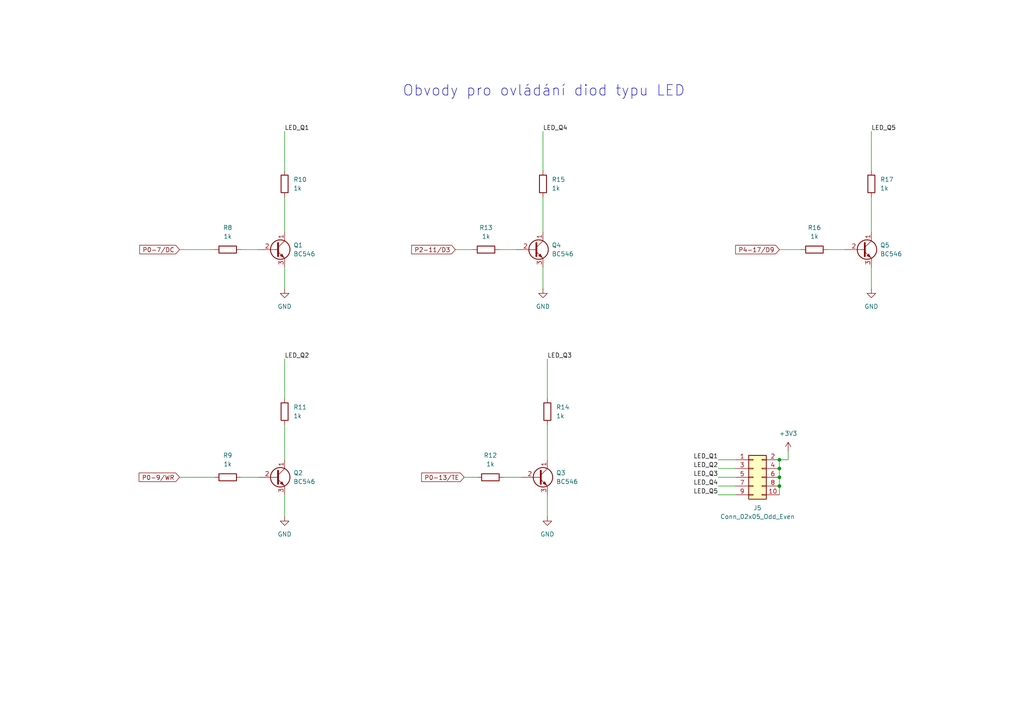
<source format=kicad_sch>
(kicad_sch (version 20231120) (generator "eeschema") (generator_version "8.0")
  (paper "A4")
  (title_block (title "Data Logger Expansion Shield") (date "2025-02-26") (rev "1.2") (company "Tomáš Dolák") (comment 1 "Bakaláská práce: Digitální záznamová jednotka s prevencí ztráty dat při výpadku napájení") (comment 2 "Failure") (comment 3 "Digital Data Logger with Information Loss Prevention in Case of Power"))
  (lib_symbols
    (symbol "Connector_Generic:Conn_02x05_Odd_Even" (pin_names (offset 1.016) hide)
      (property "Reference" "J" (at 1.27 7.62 0))
      (property "Value" "Conn_02x05_Odd_Even" (at 1.27 -7.62 0))
      (symbol "Conn_02x05_Odd_Even_1_1"
        (rectangle (start -1.27 -4.953) (end 0 -5.207) (stroke (width 0.1524)))
        (rectangle (start -1.27 -2.413) (end 0 -2.667) (stroke (width 0.1524)))
        (rectangle (start -1.27 0.127) (end 0 -0.127) (stroke (width 0.1524)))
        (rectangle (start -1.27 2.667) (end 0 2.413) (stroke (width 0.1524)))
        (rectangle (start -1.27 5.207) (end 0 4.953) (stroke (width 0.1524)))
        (rectangle (start -1.27 6.35) (end 3.81 -6.35) (stroke (width 0.254)) (fill (type background)))
        (rectangle (start 3.81 -4.953) (end 2.54 -5.207) (stroke (width 0.1524)))
        (rectangle (start 3.81 -2.413) (end 2.54 -2.667) (stroke (width 0.1524)))
        (rectangle (start 3.81 0.127) (end 2.54 -0.127) (stroke (width 0.1524)))
        (rectangle (start 3.81 2.667) (end 2.54 2.413) (stroke (width 0.1524)))
        (rectangle (start 3.81 5.207) (end 2.54 4.953) (stroke (width 0.1524)))
        (pin passive line (at -5.08 5.08 0) (length 3.81) (name "Pin_1") (number "1"))
        (pin passive line (at 7.62 -5.08 180) (length 3.81) (name "Pin_10") (number "10"))
        (pin passive line (at 7.62 5.08 180) (length 3.81) (name "Pin_2") (number "2"))
        (pin passive line (at -5.08 2.54 0) (length 3.81) (name "Pin_3") (number "3"))
        (pin passive line (at 7.62 2.54 180) (length 3.81) (name "Pin_4") (number "4"))
        (pin passive line (at -5.08 0 0) (length 3.81) (name "Pin_5") (number "5"))
        (pin passive line (at 7.62 0 180) (length 3.81) (name "Pin_6") (number "6"))
        (pin passive line (at -5.08 -2.54 0) (length 3.81) (name "Pin_7") (number "7"))
        (pin passive line (at 7.62 -2.54 180) (length 3.81) (name "Pin_8") (number "8"))
        (pin passive line (at -5.08 -5.08 0) (length 3.81) (name "Pin_9") (number "9"))
      )
    )
    (symbol "Device:R" (pin_numbers hide) (pin_names (offset 0))
      (property "Reference" "R" (at 2.032 0 90))
      (property "Value" "R" (at 0 0 90))
      (symbol "R_0_1"
        (rectangle (start -1.016 -2.54) (end 1.016 2.54) (stroke (width 0.254)))
      )
      (symbol "R_1_1"
        (pin passive line (at 0 3.81 270) (length 1.27) (name "~") (number "1"))
        (pin passive line (at 0 -3.81 90) (length 1.27) (name "~") (number "2"))
      )
    )
    (symbol "Transistor_BJT:BC546" (pin_names (offset 0) hide)
      (property "Reference" "Q" (at 5.08 1.905 0))
      (property "Value" "BC546" (at 5.08 0 0))
      (symbol "BC546_0_1"
        (polyline (pts (xy 0 0) (xy 0.635 0)))
        (polyline (pts (xy 0.635 0.635) (xy 2.54 2.54)))
        (polyline (pts (xy 0.635 -0.635) (xy 2.54 -2.54) (xy 2.54 -2.54)))
        (polyline (pts (xy 0.635 1.905) (xy 0.635 -1.905) (xy 0.635 -1.905)) (stroke (width 0.508)))
        (polyline (pts (xy 1.27 -1.778) (xy 1.778 -1.27) (xy 2.286 -2.286) (xy 1.27 -1.778) (xy 1.27 -1.778)) (fill (type outline)))
        (circle (center 1.27 0) (radius 2.8194) (stroke (width 0.254)))
      )
      (symbol "BC546_1_1"
        (pin passive line (at 2.54 5.08 270) (length 2.54) (name "C") (number "1"))
        (pin input line (at -5.08 0 0) (length 5.08) (name "B") (number "2"))
        (pin passive line (at 2.54 -5.08 90) (length 2.54) (name "E") (number "3"))
      )
    )
    (symbol "power:+3V3" (power) (pin_numbers hide) (pin_names (offset 0) hide)
      (property "Value" "+3V3" (at 0 3.556 0))
      (symbol "+3V3_0_1"
        (polyline (pts (xy -0.762 1.27) (xy 0 2.54)))
        (polyline (pts (xy 0 0) (xy 0 2.54)))
        (polyline (pts (xy 0 2.54) (xy 0.762 1.27)))
      )
      (symbol "+3V3_1_1"
        (pin power_in line (at 0 0 90) (length 0) (name "~") (number "1"))
      )
    )
    (symbol "power:GND" (power) (pin_numbers hide) (pin_names (offset 0) hide)
      (property "Value" "GND" (at 0 -3.81 0))
      (symbol "GND_0_1"
        (polyline (pts (xy 0 0) (xy 0 -1.27) (xy 1.27 -1.27) (xy 0 -2.54) (xy -1.27 -1.27) (xy 0 -1.27)))
      )
      (symbol "GND_1_1"
        (pin power_in line (at 0 0 270) (length 0) (name "~") (number "1"))
      )
    )
  )
  (junction (at 226.06 133.35))
  (junction (at 226.06 140.97))
  (junction (at 226.06 138.43))
  (junction (at 226.06 135.89))
  (wire (pts (xy 158.75 123.19) (xy 158.75 133.35)))
  (wire (pts (xy 208.28 143.51) (xy 213.36 143.51)))
  (wire (pts (xy 228.6 133.35) (xy 226.06 133.35)))
  (wire (pts (xy 157.48 77.47) (xy 157.48 83.82)))
  (wire (pts (xy 132.08 72.39) (xy 137.16 72.39)))
  (wire (pts (xy 82.55 77.47) (xy 82.55 83.82)))
  (wire (pts (xy 157.48 38.1) (xy 157.48 49.53)))
  (wire (pts (xy 240.03 72.39) (xy 245.11 72.39)))
  (wire (pts (xy 226.06 140.97) (xy 226.06 143.51)))
  (wire (pts (xy 158.75 104.14) (xy 158.75 115.57)))
  (wire (pts (xy 208.28 140.97) (xy 213.36 140.97)))
  (wire (pts (xy 252.73 57.15) (xy 252.73 67.31)))
  (wire (pts (xy 252.73 77.47) (xy 252.73 83.82)))
  (wire (pts (xy 226.06 138.43) (xy 226.06 140.97)))
  (wire (pts (xy 226.06 135.89) (xy 226.06 138.43)))
  (wire (pts (xy 82.55 57.15) (xy 82.55 67.31)))
  (wire (pts (xy 252.73 38.1) (xy 252.73 49.53)))
  (wire (pts (xy 82.55 143.51) (xy 82.55 149.86)))
  (wire (pts (xy 208.28 135.89) (xy 213.36 135.89)))
  (wire (pts (xy 144.78 72.39) (xy 149.86 72.39)))
  (wire (pts (xy 82.55 38.1) (xy 82.55 49.53)))
  (wire (pts (xy 226.06 133.35) (xy 226.06 135.89)))
  (wire (pts (xy 228.6 130.81) (xy 228.6 133.35)))
  (wire (pts (xy 82.55 123.19) (xy 82.55 133.35)))
  (wire (pts (xy 208.28 138.43) (xy 213.36 138.43)))
  (wire (pts (xy 52.07 138.43) (xy 62.23 138.43)))
  (wire (pts (xy 208.28 133.35) (xy 213.36 133.35)))
  (wire (pts (xy 52.07 72.39) (xy 62.23 72.39)))
  (wire (pts (xy 157.48 57.15) (xy 157.48 67.31)))
  (wire (pts (xy 226.06 72.39) (xy 232.41 72.39)))
  (wire (pts (xy 158.75 143.51) (xy 158.75 149.86)))
  (wire (pts (xy 134.62 138.43) (xy 138.43 138.43)))
  (wire (pts (xy 82.55 104.14) (xy 82.55 115.57)))
  (wire (pts (xy 146.05 138.43) (xy 151.13 138.43)))
  (wire (pts (xy 69.85 138.43) (xy 74.93 138.43)))
  (wire (pts (xy 69.85 72.39) (xy 74.93 72.39)))
  (text "Obvody pro ovládání diod typu LED" (at 157.734 26.416 0) (effects (font (size 3.048 3.048))))
  (label "LED_Q2" (at 208.28 135.89 180))
  (label "LED_Q2" (at 82.55 104.14 0))
  (label "LED_Q3" (at 158.75 104.14 0))
  (label "LED_Q4" (at 208.28 140.97 180))
  (label "LED_Q5" (at 208.28 143.51 180))
  (label "LED_Q1" (at 208.28 133.35 180))
  (label "LED_Q1" (at 82.55 38.1 0))
  (label "LED_Q3" (at 208.28 138.43 180))
  (label "LED_Q4" (at 157.48 38.1 0))
  (label "LED_Q5" (at 252.73 38.1 0))
  (global_label "P2-11{slash}D3" (shape input) (at 132.08 72.39 180) (property "Intersheetrefs" "${INTERSHEET_REFS}" (effects (hide yes))))
  (global_label "P4-17{slash}D9" (shape input) (at 226.06 72.39 180) (property "Intersheetrefs" "${INTERSHEET_REFS}" (effects (hide yes))))
  (global_label "P0-7{slash}DC" (shape input) (at 52.07 72.39 180) (property "Intersheetrefs" "${INTERSHEET_REFS}" (effects (hide yes))))
  (global_label "P0-13{slash}TE" (shape input) (at 134.62 138.43 180) (property "Intersheetrefs" "${INTERSHEET_REFS}" (effects (hide yes))))
  (global_label "P0-9{slash}WR" (shape input) (at 52.07 138.43 180) (property "Intersheetrefs" "${INTERSHEET_REFS}" (effects (hide yes))))
  (symbol (lib_id "Device:R") (at 158.75 119.38 180) (unit 1)
    (property "Reference" "R14" (at 161.29 118.1099 0) (effects (justify right)))
    (property "Value" "1k" (at 161.29 120.6499 0) (effects (justify right)))
    (property "Footprint" "Resistor_SMD:R_1206_3216Metric_Pad1.30x1.75mm_HandSolder" (effects (hide yes)))
    (property "Description" "Resistor" (effects (hide yes)))
  )
  (symbol (lib_id "power:+3V3") (at 228.6 130.81 0) (mirror y) (unit 1)
    (property "Reference" "#PWR022" (effects (hide yes)))
    (property "Value" "+3V3" (at 228.6 125.73 0))
    (property "Description" "Power symbol creates a global label with name \"+3V3\"" (effects (hide yes)))
  )
  (symbol (lib_id "power:GND") (at 157.48 83.82 0) (unit 1)
    (property "Reference" "#PWR029" (effects (hide yes)))
    (property "Value" "GND" (at 157.48 88.9 0))
    (property "Description" "Power symbol creates a global label with name \"GND\" , ground" (effects (hide yes)))
  )
  (symbol (lib_id "Device:R") (at 236.22 72.39 90) (unit 1)
    (property "Reference" "R16" (at 236.22 66.04 90))
    (property "Value" "1k" (at 236.22 68.58 90))
    (property "Footprint" "Resistor_SMD:R_1206_3216Metric_Pad1.30x1.75mm_HandSolder" (effects (hide yes)))
    (property "Description" "Resistor" (effects (hide yes)))
  )
  (symbol (lib_id "power:GND") (at 158.75 149.86 0) (unit 1)
    (property "Reference" "#PWR028" (effects (hide yes)))
    (property "Value" "GND" (at 158.75 154.94 0))
    (property "Description" "Power symbol creates a global label with name \"GND\" , ground" (effects (hide yes)))
  )
  (symbol (lib_id "Device:R") (at 157.48 53.34 180) (unit 1)
    (property "Reference" "R15" (at 160.02 52.0699 0) (effects (justify right)))
    (property "Value" "1k" (at 160.02 54.6099 0) (effects (justify right)))
    (property "Footprint" "Resistor_SMD:R_1206_3216Metric_Pad1.30x1.75mm_HandSolder" (effects (hide yes)))
    (property "Description" "Resistor" (effects (hide yes)))
  )
  (symbol (lib_id "Transistor_BJT:BC546") (at 154.94 72.39 0) (unit 1)
    (property "Reference" "Q4" (at 160.02 71.1199 0) (effects (justify left)))
    (property "Value" "BC546" (at 160.02 73.6599 0) (effects (justify left)))
    (property "Footprint" "Package_TO_SOT_THT:TO-92_Inline" (effects (hide yes)))
    (property "Datasheet" "https://www.onsemi.com/pub/Collateral/BC550-D.pdf" (effects (hide yes)))
    (property "Description" "0.1A Ic, 65V Vce, Small Signal NPN Transistor, TO-92" (effects (hide yes)))
  )
  (symbol (lib_id "Device:R") (at 66.04 138.43 90) (unit 1)
    (property "Reference" "R9" (at 66.04 132.08 90))
    (property "Value" "1k" (at 66.04 134.62 90))
    (property "Footprint" "Resistor_SMD:R_1206_3216Metric_Pad1.30x1.75mm_HandSolder" (effects (hide yes)))
    (property "Description" "Resistor" (effects (hide yes)))
  )
  (symbol (lib_id "Connector_Generic:Conn_02x05_Odd_Even") (at 218.44 138.43 0) (unit 1)
    (property "Reference" "J5" (at 219.71 147.32 0))
    (property "Value" "Conn_02x05_Odd_Even" (at 219.71 149.86 0))
    (property "Footprint" "Connector_PinSocket_2.54mm:PinSocket_2x05_P2.54mm_Vertical" (effects (hide yes)))
    (property "Description" "Generic connector, double row, 02x05, odd/even pin numbering scheme (row 1 odd numbers, row 2 even numbers), script generated (kicad-library-utils/schlib/autogen/connector/)" (effects (hide yes)))
  )
  (symbol (lib_id "power:GND") (at 82.55 83.82 0) (unit 1)
    (property "Reference" "#PWR024" (effects (hide yes)))
    (property "Value" "GND" (at 82.55 88.9 0))
    (property "Description" "Power symbol creates a global label with name \"GND\" , ground" (effects (hide yes)))
  )
  (symbol (lib_id "Device:R") (at 66.04 72.39 90) (unit 1)
    (property "Reference" "R8" (at 66.04 66.04 90))
    (property "Value" "1k" (at 66.04 68.58 90))
    (property "Footprint" "Resistor_SMD:R_1206_3216Metric_Pad1.30x1.75mm_HandSolder" (effects (hide yes)))
    (property "Description" "Resistor" (effects (hide yes)))
  )
  (symbol (lib_id "Device:R") (at 252.73 53.34 180) (unit 1)
    (property "Reference" "R17" (at 255.27 52.0699 0) (effects (justify right)))
    (property "Value" "1k" (at 255.27 54.6099 0) (effects (justify right)))
    (property "Footprint" "Resistor_SMD:R_1206_3216Metric_Pad1.30x1.75mm_HandSolder" (effects (hide yes)))
    (property "Description" "Resistor" (effects (hide yes)))
  )
  (symbol (lib_id "power:GND") (at 82.55 149.86 0) (unit 1)
    (property "Reference" "#PWR025" (effects (hide yes)))
    (property "Value" "GND" (at 82.55 154.94 0))
    (property "Description" "Power symbol creates a global label with name \"GND\" , ground" (effects (hide yes)))
  )
  (symbol (lib_id "Transistor_BJT:BC546") (at 80.01 72.39 0) (unit 1)
    (property "Reference" "Q1" (at 85.09 71.1199 0) (effects (justify left)))
    (property "Value" "BC546" (at 85.09 73.6599 0) (effects (justify left)))
    (property "Footprint" "Package_TO_SOT_THT:TO-92_Inline" (effects (hide yes)))
    (property "Datasheet" "https://www.onsemi.com/pub/Collateral/BC550-D.pdf" (effects (hide yes)))
    (property "Description" "0.1A Ic, 65V Vce, Small Signal NPN Transistor, TO-92" (effects (hide yes)))
  )
  (symbol (lib_id "power:GND") (at 252.73 83.82 0) (unit 1)
    (property "Reference" "#PWR031" (effects (hide yes)))
    (property "Value" "GND" (at 252.73 88.9 0))
    (property "Description" "Power symbol creates a global label with name \"GND\" , ground" (effects (hide yes)))
  )
  (symbol (lib_id "Device:R") (at 82.55 119.38 180) (unit 1)
    (property "Reference" "R11" (at 85.09 118.1099 0) (effects (justify right)))
    (property "Value" "1k" (at 85.09 120.6499 0) (effects (justify right)))
    (property "Footprint" "Resistor_SMD:R_1206_3216Metric_Pad1.30x1.75mm_HandSolder" (effects (hide yes)))
    (property "Description" "Resistor" (effects (hide yes)))
  )
  (symbol (lib_id "Transistor_BJT:BC546") (at 156.21 138.43 0) (unit 1)
    (property "Reference" "Q3" (at 161.29 137.1599 0) (effects (justify left)))
    (property "Value" "BC546" (at 161.29 139.6999 0) (effects (justify left)))
    (property "Footprint" "Package_TO_SOT_THT:TO-92_Inline" (effects (hide yes)))
    (property "Datasheet" "https://www.onsemi.com/pub/Collateral/BC550-D.pdf" (effects (hide yes)))
    (property "Description" "0.1A Ic, 65V Vce, Small Signal NPN Transistor, TO-92" (effects (hide yes)))
  )
  (symbol (lib_id "Device:R") (at 82.55 53.34 180) (unit 1)
    (property "Reference" "R10" (at 85.09 52.0699 0) (effects (justify right)))
    (property "Value" "1k" (at 85.09 54.6099 0) (effects (justify right)))
    (property "Footprint" "Resistor_SMD:R_1206_3216Metric_Pad1.30x1.75mm_HandSolder" (effects (hide yes)))
    (property "Description" "Resistor" (effects (hide yes)))
  )
  (symbol (lib_id "Transistor_BJT:BC546") (at 80.01 138.43 0) (unit 1)
    (property "Reference" "Q2" (at 85.09 137.1599 0) (effects (justify left)))
    (property "Value" "BC546" (at 85.09 139.6999 0) (effects (justify left)))
    (property "Footprint" "Package_TO_SOT_THT:TO-92_Inline" (effects (hide yes)))
    (property "Datasheet" "https://www.onsemi.com/pub/Collateral/BC550-D.pdf" (effects (hide yes)))
    (property "Description" "0.1A Ic, 65V Vce, Small Signal NPN Transistor, TO-92" (effects (hide yes)))
  )
  (symbol (lib_id "Device:R") (at 140.97 72.39 90) (unit 1)
    (property "Reference" "R13" (at 140.97 66.04 90))
    (property "Value" "1k" (at 140.97 68.58 90))
    (property "Footprint" "Resistor_SMD:R_1206_3216Metric_Pad1.30x1.75mm_HandSolder" (effects (hide yes)))
    (property "Description" "Resistor" (effects (hide yes)))
  )
  (symbol (lib_id "Transistor_BJT:BC546") (at 250.19 72.39 0) (unit 1)
    (property "Reference" "Q5" (at 255.27 71.1199 0) (effects (justify left)))
    (property "Value" "BC546" (at 255.27 73.6599 0) (effects (justify left)))
    (property "Footprint" "Package_TO_SOT_THT:TO-92_Inline" (effects (hide yes)))
    (property "Datasheet" "https://www.onsemi.com/pub/Collateral/BC550-D.pdf" (effects (hide yes)))
    (property "Description" "0.1A Ic, 65V Vce, Small Signal NPN Transistor, TO-92" (effects (hide yes)))
  )
  (symbol (lib_id "Device:R") (at 142.24 138.43 90) (unit 1)
    (property "Reference" "R12" (at 142.24 132.08 90))
    (property "Value" "1k" (at 142.24 134.62 90))
    (property "Footprint" "Resistor_SMD:R_1206_3216Metric_Pad1.30x1.75mm_HandSolder" (effects (hide yes)))
    (property "Description" "Resistor" (effects (hide yes)))
  )
)
</source>
